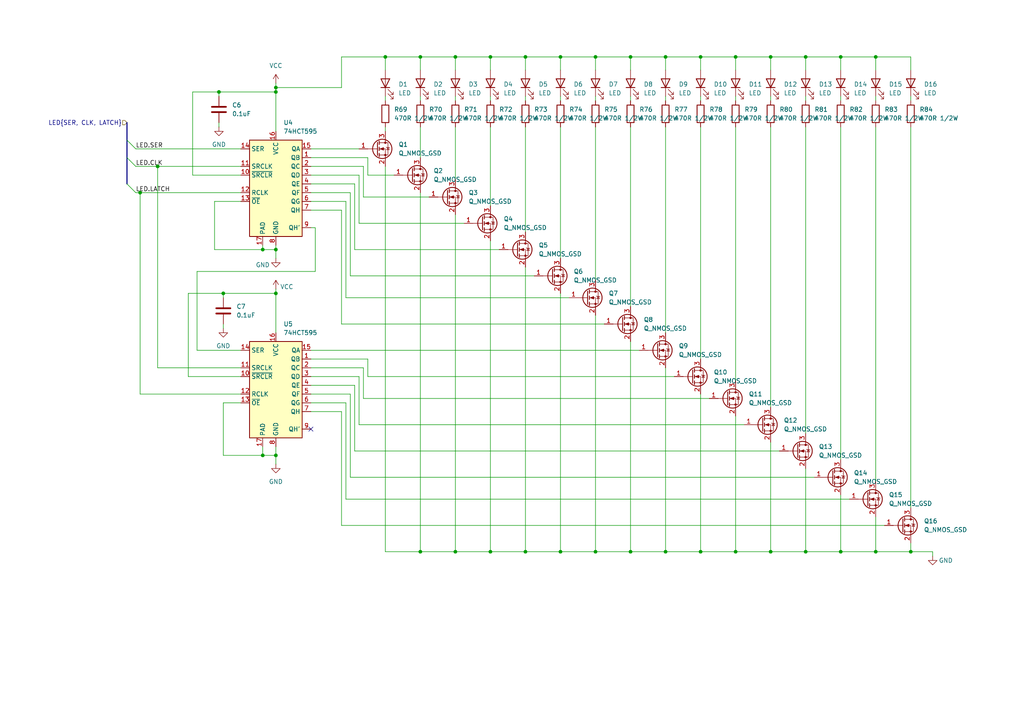
<source format=kicad_sch>
(kicad_sch (version 20231120) (generator "eeschema") (generator_version "8.0")
  (paper "A4")
  (lib_symbols
    (symbol "74HCT595_1"
      (property "Reference" "U4" (at 2.1941 17.78 0))
      (property "Value" "74HCT595" (at 2.1941 15.24 0))
      (symbol "74HCT595_1_1_0"
        (pin tri_state line (at 10.16 7.62 180) (length 2.54) (name "QB") (number "1"))
        (pin input line (at -10.16 2.54 0) (length 2.54) (name "~{SRCLR}") (number "10"))
        (pin input line (at -10.16 5.08 0) (length 2.54) (name "SRCLK") (number "11"))
        (pin input line (at -10.16 -2.54 0) (length 2.54) (name "RCLK") (number "12"))
        (pin input line (at -10.16 -5.08 0) (length 2.54) (name "~{OE}") (number "13"))
        (pin input line (at -10.16 10.16 0) (length 2.54) (name "SER") (number "14"))
        (pin tri_state line (at 10.16 10.16 180) (length 2.54) (name "QA") (number "15"))
        (pin power_in line (at 0 15.24 270) (length 2.54) (name "VCC") (number "16"))
        (pin power_in line (at -3.81 -17.78 90) (length 2.54) (name "PAD") (number "17"))
        (pin tri_state line (at 10.16 5.08 180) (length 2.54) (name "QC") (number "2"))
        (pin tri_state line (at 10.16 2.54 180) (length 2.54) (name "QD") (number "3"))
        (pin tri_state line (at 10.16 0 180) (length 2.54) (name "QE") (number "4"))
        (pin tri_state line (at 10.16 -2.54 180) (length 2.54) (name "QF") (number "5"))
        (pin tri_state line (at 10.16 -5.08 180) (length 2.54) (name "QG") (number "6"))
        (pin tri_state line (at 10.16 -7.62 180) (length 2.54) (name "QH") (number "7"))
        (pin power_in line (at 0 -17.78 90) (length 2.54) (name "GND") (number "8"))
        (pin output line (at 10.16 -12.7 180) (length 2.54) (name "QH'") (number "9"))
      )
      (symbol "74HCT595_1_1_1"
        (rectangle (start -7.62 12.7) (end 7.62 -15.24) (stroke (width 0.254)) (fill (type background)))
      )
    )
    (symbol "74xx:74HCT595"
      (property "Reference" "U5" (at 2.1941 17.78 0))
      (property "Value" "74HCT595" (at 2.1941 15.24 0))
      (symbol "74HCT595_1_0"
        (pin tri_state line (at 10.16 7.62 180) (length 2.54) (name "QB") (number "1"))
        (pin input line (at -10.16 2.54 0) (length 2.54) (name "~{SRCLR}") (number "10"))
        (pin input line (at -10.16 5.08 0) (length 2.54) (name "SRCLK") (number "11"))
        (pin input line (at -10.16 -2.54 0) (length 2.54) (name "RCLK") (number "12"))
        (pin input line (at -10.16 -5.08 0) (length 2.54) (name "~{OE}") (number "13"))
        (pin input line (at -10.16 10.16 0) (length 2.54) (name "SER") (number "14"))
        (pin tri_state line (at 10.16 10.16 180) (length 2.54) (name "QA") (number "15"))
        (pin power_in line (at 0 15.24 270) (length 2.54) (name "VCC") (number "16"))
        (pin power_in line (at -3.81 -17.78 90) (length 2.54) (name "PAD") (number "17"))
        (pin tri_state line (at 10.16 5.08 180) (length 2.54) (name "QC") (number "2"))
        (pin tri_state line (at 10.16 2.54 180) (length 2.54) (name "QD") (number "3"))
        (pin tri_state line (at 10.16 0 180) (length 2.54) (name "QE") (number "4"))
        (pin tri_state line (at 10.16 -2.54 180) (length 2.54) (name "QF") (number "5"))
        (pin tri_state line (at 10.16 -5.08 180) (length 2.54) (name "QG") (number "6"))
        (pin tri_state line (at 10.16 -7.62 180) (length 2.54) (name "QH") (number "7"))
        (pin power_in line (at 0 -17.78 90) (length 2.54) (name "GND") (number "8"))
        (pin output line (at 10.16 -12.7 180) (length 2.54) (name "QH'") (number "9"))
      )
      (symbol "74HCT595_1_1"
        (rectangle (start -7.62 12.7) (end 7.62 -15.24) (stroke (width 0.254)) (fill (type background)))
      )
    )
    (symbol "Device:C" (pin_numbers hide) (pin_names (offset 0.254))
      (property "Reference" "C" (at 0.635 2.54 0))
      (property "Value" "C" (at 0.635 -2.54 0))
      (symbol "C_0_1"
        (polyline (pts (xy -2.032 -0.762) (xy 2.032 -0.762)) (stroke (width 0.508)))
        (polyline (pts (xy -2.032 0.762) (xy 2.032 0.762)) (stroke (width 0.508)))
      )
      (symbol "C_1_1"
        (pin passive line (at 0 3.81 270) (length 2.794) (name "~") (number "1"))
        (pin passive line (at 0 -3.81 90) (length 2.794) (name "~") (number "2"))
      )
    )
    (symbol "Device:LED" (pin_numbers hide) (pin_names (offset 1.016) hide)
      (property "Reference" "D" (at 0 2.54 0))
      (property "Value" "LED" (at 0 -2.54 0))
      (symbol "LED_0_1"
        (polyline (pts (xy -1.27 -1.27) (xy -1.27 1.27)) (stroke (width 0.254)))
        (polyline (pts (xy -1.27 0) (xy 1.27 0)))
        (polyline (pts (xy 1.27 -1.27) (xy 1.27 1.27) (xy -1.27 0) (xy 1.27 -1.27)) (stroke (width 0.254)))
        (polyline (pts (xy -3.048 -0.762) (xy -4.572 -2.286) (xy -3.81 -2.286) (xy -4.572 -2.286) (xy -4.572 -1.524)))
        (polyline (pts (xy -1.778 -0.762) (xy -3.302 -2.286) (xy -2.54 -2.286) (xy -3.302 -2.286) (xy -3.302 -1.524)))
      )
      (symbol "LED_1_1"
        (pin passive line (at -3.81 0 0) (length 2.54) (name "K") (number "1"))
        (pin passive line (at 3.81 0 180) (length 2.54) (name "A") (number "2"))
      )
    )
    (symbol "Device:Q_NMOS_GSD" (pin_names (offset 0) hide)
      (property "Reference" "Q" (at 5.08 1.27 0))
      (property "Value" "Q_NMOS_GSD" (at 5.08 -1.27 0))
      (symbol "Q_NMOS_GSD_0_1"
        (polyline (pts (xy 0.254 0) (xy -2.54 0)))
        (polyline (pts (xy 0.254 1.905) (xy 0.254 -1.905)) (stroke (width 0.254)))
        (polyline (pts (xy 0.762 -1.27) (xy 0.762 -2.286)) (stroke (width 0.254)))
        (polyline (pts (xy 0.762 0.508) (xy 0.762 -0.508)) (stroke (width 0.254)))
        (polyline (pts (xy 0.762 2.286) (xy 0.762 1.27)) (stroke (width 0.254)))
        (polyline (pts (xy 2.54 2.54) (xy 2.54 1.778)))
        (polyline (pts (xy 2.54 -2.54) (xy 2.54 0) (xy 0.762 0)))
        (polyline (pts (xy 0.762 -1.778) (xy 3.302 -1.778) (xy 3.302 1.778) (xy 0.762 1.778)))
        (polyline (pts (xy 1.016 0) (xy 2.032 0.381) (xy 2.032 -0.381) (xy 1.016 0)) (fill (type outline)))
        (polyline (pts (xy 2.794 0.508) (xy 2.921 0.381) (xy 3.683 0.381) (xy 3.81 0.254)))
        (polyline (pts (xy 3.302 0.381) (xy 2.921 -0.254) (xy 3.683 -0.254) (xy 3.302 0.381)))
        (circle (center 1.651 0) (radius 2.794) (stroke (width 0.254)))
        (circle (center 2.54 -1.778) (radius 0.254) (fill (type outline)))
        (circle (center 2.54 1.778) (radius 0.254) (fill (type outline)))
      )
      (symbol "Q_NMOS_GSD_1_1"
        (pin input line (at -5.08 0 0) (length 2.54) (name "G") (number "1"))
        (pin passive line (at 2.54 -5.08 90) (length 2.54) (name "S") (number "2"))
        (pin passive line (at 2.54 5.08 270) (length 2.54) (name "D") (number "3"))
      )
    )
    (symbol "Device:R" (pin_numbers hide) (pin_names (offset 0))
      (property "Reference" "R" (at 2.032 0 90))
      (property "Value" "R" (at 0 0 90))
      (symbol "R_0_1"
        (rectangle (start -1.016 -2.54) (end 1.016 2.54) (stroke (width 0.254)))
      )
      (symbol "R_1_1"
        (pin passive line (at 0 3.81 270) (length 1.27) (name "~") (number "1"))
        (pin passive line (at 0 -3.81 90) (length 1.27) (name "~") (number "2"))
      )
    )
    (symbol "power:GND" (power) (pin_numbers hide) (pin_names (offset 0) hide)
      (property "Value" "GND" (at 0 -3.81 0))
      (symbol "GND_0_1"
        (polyline (pts (xy 0 0) (xy 0 -1.27) (xy 1.27 -1.27) (xy 0 -2.54) (xy -1.27 -1.27) (xy 0 -1.27)))
      )
      (symbol "GND_1_1"
        (pin power_in line (at 0 0 270) (length 0) (name "~") (number "1"))
      )
    )
    (symbol "power:VCC" (power) (pin_numbers hide) (pin_names (offset 0) hide)
      (property "Value" "VCC" (at 0 3.556 0))
      (symbol "VCC_0_1"
        (polyline (pts (xy -0.762 1.27) (xy 0 2.54)))
        (polyline (pts (xy 0 0) (xy 0 2.54)))
        (polyline (pts (xy 0 2.54) (xy 0.762 1.27)))
      )
      (symbol "VCC_1_1"
        (pin power_in line (at 0 0 90) (length 0) (name "~") (number "1"))
      )
    )
  )
  (junction (at 121.92 160.02))
  (junction (at 223.52 16.51))
  (junction (at 203.2 16.51))
  (junction (at 76.2 72.39))
  (junction (at 152.4 16.51))
  (junction (at 162.56 160.02))
  (junction (at 254 160.02))
  (junction (at 193.04 160.02))
  (junction (at 64.77 85.09))
  (junction (at 213.36 160.02))
  (junction (at 172.72 160.02))
  (junction (at 80.01 85.09))
  (junction (at 76.2 132.08))
  (junction (at 243.84 16.51))
  (junction (at 233.68 16.51))
  (junction (at 63.5 26.67))
  (junction (at 45.72 48.26))
  (junction (at 40.64 55.88))
  (junction (at 80.01 25.4))
  (junction (at 80.01 72.39))
  (junction (at 213.36 16.51))
  (junction (at 172.72 16.51))
  (junction (at 223.52 160.02))
  (junction (at 132.08 160.02))
  (junction (at 203.2 160.02))
  (junction (at 80.01 132.08))
  (junction (at 193.04 16.51))
  (junction (at 80.01 26.67))
  (junction (at 132.08 16.51))
  (junction (at 243.84 160.02))
  (junction (at 233.68 160.02))
  (junction (at 254 16.51))
  (junction (at 121.92 16.51))
  (junction (at 264.16 160.02))
  (junction (at 162.56 16.51))
  (junction (at 142.24 160.02))
  (junction (at 142.24 16.51))
  (junction (at 152.4 160.02))
  (junction (at 111.76 16.51))
  (junction (at 182.88 16.51))
  (junction (at 182.88 160.02))
  (no_connect (at 90.17 124.46))
  (bus_entry (at 36.83 53.34) (size 2.54 2.54))
  (bus_entry (at 36.83 40.64) (size 2.54 2.54))
  (bus_entry (at 36.83 45.72) (size 2.54 2.54))
  (wire (pts (xy 132.08 16.51) (xy 142.24 16.51)))
  (wire (pts (xy 104.14 64.77) (xy 134.62 64.77)))
  (wire (pts (xy 121.92 27.94) (xy 121.92 29.21)))
  (wire (pts (xy 152.4 160.02) (xy 162.56 160.02)))
  (wire (pts (xy 69.85 50.8) (xy 55.88 50.8)))
  (wire (pts (xy 90.17 60.96) (xy 99.06 60.96)))
  (wire (pts (xy 193.04 160.02) (xy 203.2 160.02)))
  (wire (pts (xy 104.14 50.8) (xy 104.14 64.77)))
  (wire (pts (xy 193.04 16.51) (xy 203.2 16.51)))
  (wire (pts (xy 106.68 109.22) (xy 195.58 109.22)))
  (wire (pts (xy 104.14 123.19) (xy 215.9 123.19)))
  (wire (pts (xy 91.44 66.04) (xy 91.44 78.74)))
  (wire (pts (xy 111.76 36.83) (xy 111.76 38.1)))
  (wire (pts (xy 223.52 160.02) (xy 233.68 160.02)))
  (wire (pts (xy 152.4 16.51) (xy 162.56 16.51)))
  (wire (pts (xy 90.17 45.72) (xy 106.68 45.72)))
  (wire (pts (xy 102.87 72.39) (xy 144.78 72.39)))
  (wire (pts (xy 213.36 36.83) (xy 213.36 110.49)))
  (wire (pts (xy 102.87 130.81) (xy 226.06 130.81)))
  (wire (pts (xy 102.87 111.76) (xy 102.87 130.81)))
  (wire (pts (xy 45.72 48.26) (xy 45.72 106.68)))
  (wire (pts (xy 182.88 36.83) (xy 182.88 88.9)))
  (wire (pts (xy 213.36 120.65) (xy 213.36 160.02)))
  (wire (pts (xy 104.14 109.22) (xy 104.14 123.19)))
  (wire (pts (xy 264.16 157.48) (xy 264.16 160.02)))
  (wire (pts (xy 69.85 58.42) (xy 62.23 58.42)))
  (wire (pts (xy 40.64 55.88) (xy 69.85 55.88)))
  (wire (pts (xy 172.72 16.51) (xy 182.88 16.51)))
  (wire (pts (xy 40.64 114.3) (xy 40.64 55.88)))
  (wire (pts (xy 213.36 16.51) (xy 213.36 20.32)))
  (wire (pts (xy 54.61 85.09) (xy 64.77 85.09)))
  (wire (pts (xy 162.56 16.51) (xy 162.56 20.32)))
  (wire (pts (xy 63.5 26.67) (xy 63.5 27.94)))
  (wire (pts (xy 182.88 16.51) (xy 182.88 20.32)))
  (wire (pts (xy 132.08 36.83) (xy 132.08 52.07)))
  (wire (pts (xy 172.72 27.94) (xy 172.72 29.21)))
  (wire (pts (xy 80.01 25.4) (xy 99.06 25.4)))
  (wire (pts (xy 213.36 27.94) (xy 213.36 29.21)))
  (wire (pts (xy 132.08 160.02) (xy 142.24 160.02)))
  (wire (pts (xy 142.24 160.02) (xy 152.4 160.02)))
  (wire (pts (xy 39.37 43.18) (xy 69.85 43.18)))
  (wire (pts (xy 111.76 16.51) (xy 121.92 16.51)))
  (wire (pts (xy 90.17 109.22) (xy 104.14 109.22)))
  (wire (pts (xy 264.16 160.02) (xy 270.51 160.02)))
  (wire (pts (xy 233.68 16.51) (xy 243.84 16.51)))
  (wire (pts (xy 64.77 93.98) (xy 64.77 95.25)))
  (wire (pts (xy 90.17 48.26) (xy 105.41 48.26)))
  (wire (pts (xy 233.68 160.02) (xy 243.84 160.02)))
  (wire (pts (xy 90.17 50.8) (xy 104.14 50.8)))
  (wire (pts (xy 264.16 16.51) (xy 264.16 20.32)))
  (wire (pts (xy 111.76 160.02) (xy 111.76 48.26)))
  (wire (pts (xy 182.88 27.94) (xy 182.88 29.21)))
  (wire (pts (xy 233.68 16.51) (xy 233.68 20.32)))
  (wire (pts (xy 152.4 27.94) (xy 152.4 29.21)))
  (wire (pts (xy 142.24 36.83) (xy 142.24 59.69)))
  (wire (pts (xy 162.56 16.51) (xy 172.72 16.51)))
  (wire (pts (xy 101.6 80.01) (xy 154.94 80.01)))
  (wire (pts (xy 101.6 55.88) (xy 101.6 80.01)))
  (wire (pts (xy 100.33 116.84) (xy 100.33 144.78)))
  (bus (pts (xy 36.83 35.56) (xy 36.83 40.64)))
  (wire (pts (xy 90.17 104.14) (xy 106.68 104.14)))
  (wire (pts (xy 193.04 27.94) (xy 193.04 29.21)))
  (wire (pts (xy 106.68 50.8) (xy 114.3 50.8)))
  (wire (pts (xy 172.72 91.44) (xy 172.72 160.02)))
  (wire (pts (xy 64.77 116.84) (xy 64.77 132.08)))
  (wire (pts (xy 64.77 85.09) (xy 80.01 85.09)))
  (wire (pts (xy 223.52 27.94) (xy 223.52 29.21)))
  (wire (pts (xy 121.92 160.02) (xy 132.08 160.02)))
  (wire (pts (xy 76.2 132.08) (xy 80.01 132.08)))
  (wire (pts (xy 101.6 114.3) (xy 101.6 138.43)))
  (wire (pts (xy 243.84 16.51) (xy 254 16.51)))
  (wire (pts (xy 100.33 144.78) (xy 246.38 144.78)))
  (wire (pts (xy 132.08 27.94) (xy 132.08 29.21)))
  (wire (pts (xy 142.24 16.51) (xy 142.24 20.32)))
  (wire (pts (xy 99.06 152.4) (xy 256.54 152.4)))
  (wire (pts (xy 152.4 77.47) (xy 152.4 160.02)))
  (wire (pts (xy 243.84 36.83) (xy 243.84 133.35)))
  (wire (pts (xy 91.44 78.74) (xy 57.15 78.74)))
  (wire (pts (xy 90.17 66.04) (xy 91.44 66.04)))
  (wire (pts (xy 100.33 58.42) (xy 100.33 86.36)))
  (wire (pts (xy 57.15 101.6) (xy 69.85 101.6)))
  (wire (pts (xy 69.85 109.22) (xy 54.61 109.22)))
  (wire (pts (xy 62.23 72.39) (xy 76.2 72.39)))
  (wire (pts (xy 90.17 111.76) (xy 102.87 111.76)))
  (wire (pts (xy 55.88 26.67) (xy 63.5 26.67)))
  (wire (pts (xy 80.01 26.67) (xy 63.5 26.67)))
  (wire (pts (xy 69.85 114.3) (xy 40.64 114.3)))
  (wire (pts (xy 233.68 27.94) (xy 233.68 29.21)))
  (wire (pts (xy 223.52 16.51) (xy 223.52 20.32)))
  (wire (pts (xy 223.52 128.27) (xy 223.52 160.02)))
  (wire (pts (xy 100.33 86.36) (xy 165.1 86.36)))
  (wire (pts (xy 80.01 83.82) (xy 80.01 85.09)))
  (wire (pts (xy 105.41 115.57) (xy 205.74 115.57)))
  (wire (pts (xy 254 16.51) (xy 254 20.32)))
  (wire (pts (xy 80.01 71.12) (xy 80.01 72.39)))
  (wire (pts (xy 193.04 16.51) (xy 193.04 20.32)))
  (wire (pts (xy 111.76 160.02) (xy 121.92 160.02)))
  (wire (pts (xy 39.37 55.88) (xy 40.64 55.88)))
  (wire (pts (xy 193.04 36.83) (xy 193.04 96.52)))
  (wire (pts (xy 69.85 116.84) (xy 64.77 116.84)))
  (wire (pts (xy 45.72 106.68) (xy 69.85 106.68)))
  (wire (pts (xy 57.15 78.74) (xy 57.15 101.6)))
  (wire (pts (xy 90.17 114.3) (xy 101.6 114.3)))
  (bus (pts (xy 36.83 45.72) (xy 36.83 53.34)))
  (wire (pts (xy 76.2 72.39) (xy 80.01 72.39)))
  (wire (pts (xy 90.17 55.88) (xy 101.6 55.88)))
  (bus (pts (xy 36.83 40.64) (xy 36.83 45.72)))
  (wire (pts (xy 213.36 16.51) (xy 223.52 16.51)))
  (wire (pts (xy 99.06 60.96) (xy 99.06 93.98)))
  (wire (pts (xy 254 27.94) (xy 254 29.21)))
  (wire (pts (xy 80.01 129.54) (xy 80.01 132.08)))
  (wire (pts (xy 99.06 25.4) (xy 99.06 16.51)))
  (wire (pts (xy 233.68 36.83) (xy 233.68 125.73)))
  (wire (pts (xy 90.17 53.34) (xy 102.87 53.34)))
  (wire (pts (xy 90.17 119.38) (xy 99.06 119.38)))
  (wire (pts (xy 203.2 16.51) (xy 203.2 20.32)))
  (wire (pts (xy 132.08 62.23) (xy 132.08 160.02)))
  (wire (pts (xy 99.06 16.51) (xy 111.76 16.51)))
  (wire (pts (xy 76.2 71.12) (xy 76.2 72.39)))
  (wire (pts (xy 39.37 48.26) (xy 45.72 48.26)))
  (wire (pts (xy 254 16.51) (xy 264.16 16.51)))
  (wire (pts (xy 142.24 27.94) (xy 142.24 29.21)))
  (wire (pts (xy 64.77 132.08) (xy 76.2 132.08)))
  (wire (pts (xy 254 160.02) (xy 264.16 160.02)))
  (wire (pts (xy 203.2 36.83) (xy 203.2 104.14)))
  (wire (pts (xy 62.23 58.42) (xy 62.23 72.39)))
  (wire (pts (xy 106.68 45.72) (xy 106.68 50.8)))
  (wire (pts (xy 203.2 16.51) (xy 213.36 16.51)))
  (wire (pts (xy 105.41 57.15) (xy 124.46 57.15)))
  (wire (pts (xy 270.51 161.29) (xy 270.51 160.02)))
  (wire (pts (xy 223.52 16.51) (xy 233.68 16.51)))
  (wire (pts (xy 172.72 16.51) (xy 172.72 20.32)))
  (wire (pts (xy 193.04 106.68) (xy 193.04 160.02)))
  (wire (pts (xy 99.06 119.38) (xy 99.06 152.4)))
  (wire (pts (xy 264.16 36.83) (xy 264.16 147.32)))
  (wire (pts (xy 162.56 85.09) (xy 162.56 160.02)))
  (wire (pts (xy 233.68 135.89) (xy 233.68 160.02)))
  (wire (pts (xy 203.2 114.3) (xy 203.2 160.02)))
  (wire (pts (xy 152.4 36.83) (xy 152.4 67.31)))
  (wire (pts (xy 254 36.83) (xy 254 139.7)))
  (wire (pts (xy 80.01 26.67) (xy 80.01 38.1)))
  (wire (pts (xy 90.17 106.68) (xy 105.41 106.68)))
  (wire (pts (xy 63.5 35.56) (xy 63.5 36.83)))
  (wire (pts (xy 121.92 55.88) (xy 121.92 160.02)))
  (wire (pts (xy 105.41 106.68) (xy 105.41 115.57)))
  (wire (pts (xy 90.17 43.18) (xy 104.14 43.18)))
  (wire (pts (xy 90.17 58.42) (xy 100.33 58.42)))
  (wire (pts (xy 80.01 24.13) (xy 80.01 25.4)))
  (wire (pts (xy 142.24 69.85) (xy 142.24 160.02)))
  (wire (pts (xy 172.72 36.83) (xy 172.72 81.28)))
  (wire (pts (xy 80.01 132.08) (xy 80.01 134.62)))
  (wire (pts (xy 121.92 16.51) (xy 132.08 16.51)))
  (wire (pts (xy 254 149.86) (xy 254 160.02)))
  (wire (pts (xy 101.6 138.43) (xy 236.22 138.43)))
  (wire (pts (xy 102.87 53.34) (xy 102.87 72.39)))
  (wire (pts (xy 55.88 50.8) (xy 55.88 26.67)))
  (wire (pts (xy 203.2 27.94) (xy 203.2 29.21)))
  (wire (pts (xy 203.2 160.02) (xy 213.36 160.02)))
  (wire (pts (xy 111.76 16.51) (xy 111.76 20.32)))
  (wire (pts (xy 76.2 129.54) (xy 76.2 132.08)))
  (wire (pts (xy 54.61 109.22) (xy 54.61 85.09)))
  (wire (pts (xy 121.92 36.83) (xy 121.92 45.72)))
  (wire (pts (xy 182.88 16.51) (xy 193.04 16.51)))
  (wire (pts (xy 142.24 16.51) (xy 152.4 16.51)))
  (wire (pts (xy 132.08 16.51) (xy 132.08 20.32)))
  (wire (pts (xy 264.16 27.94) (xy 264.16 29.21)))
  (wire (pts (xy 162.56 160.02) (xy 172.72 160.02)))
  (wire (pts (xy 162.56 27.94) (xy 162.56 29.21)))
  (wire (pts (xy 213.36 160.02) (xy 223.52 160.02)))
  (wire (pts (xy 106.68 104.14) (xy 106.68 109.22)))
  (wire (pts (xy 80.01 72.39) (xy 80.01 74.93)))
  (wire (pts (xy 90.17 116.84) (xy 100.33 116.84)))
  (wire (pts (xy 152.4 16.51) (xy 152.4 20.32)))
  (wire (pts (xy 111.76 27.94) (xy 111.76 29.21)))
  (wire (pts (xy 162.56 36.83) (xy 162.56 74.93)))
  (wire (pts (xy 243.84 143.51) (xy 243.84 160.02)))
  (wire (pts (xy 243.84 27.94) (xy 243.84 29.21)))
  (wire (pts (xy 182.88 99.06) (xy 182.88 160.02)))
  (wire (pts (xy 121.92 16.51) (xy 121.92 20.32)))
  (wire (pts (xy 223.52 36.83) (xy 223.52 118.11)))
  (wire (pts (xy 99.06 93.98) (xy 175.26 93.98)))
  (wire (pts (xy 45.72 48.26) (xy 69.85 48.26)))
  (wire (pts (xy 80.01 85.09) (xy 80.01 96.52)))
  (wire (pts (xy 172.72 160.02) (xy 182.88 160.02)))
  (wire (pts (xy 105.41 48.26) (xy 105.41 57.15)))
  (wire (pts (xy 243.84 160.02) (xy 254 160.02)))
  (wire (pts (xy 90.17 101.6) (xy 185.42 101.6)))
  (wire (pts (xy 182.88 160.02) (xy 193.04 160.02)))
  (wire (pts (xy 80.01 25.4) (xy 80.01 26.67)))
  (wire (pts (xy 64.77 85.09) (xy 64.77 86.36)))
  (wire (pts (xy 243.84 16.51) (xy 243.84 20.32)))
  (label "LED.SER" (at 39.37 43.18 0))
  (label "LED.LATCH" (at 39.37 55.88 0))
  (label "LED.CLK" (at 39.37 48.26 0))
  (hierarchical_label "LED{SER, CLK, LATCH}" (shape input) (at 36.83 35.56 180))
  (symbol (lib_id "power:VCC") (at 80.01 83.82 0) (unit 1)
    (property "Reference" "#PWR016" (effects (hide yes)))
    (property "Value" "VCC" (at 83.185 83.185 0))
    (property "Description" "Power symbol creates a global label with name \"VCC\"" (effects (hide yes)))
  )
  (symbol (lib_id "Device:LED") (at 193.04 24.13 90) (unit 1)
    (property "Reference" "D9" (at 196.85 24.4474 90) (effects (justify right)))
    (property "Value" "LED" (at 196.85 26.9874 90) (effects (justify right)))
    (property "Footprint" "LED_SMD:LED_SunLED_XZ_Reverse_Mount" (effects (hide yes)))
    (property "Description" "Light emitting diode" (effects (hide yes)))
  )
  (symbol (lib_id "Device:LED") (at 152.4 24.13 90) (unit 1)
    (property "Reference" "D5" (at 156.21 24.4474 90) (effects (justify right)))
    (property "Value" "LED" (at 156.21 26.9874 90) (effects (justify right)))
    (property "Footprint" "LED_SMD:LED_SunLED_XZ_Reverse_Mount" (effects (hide yes)))
    (property "Description" "Light emitting diode" (effects (hide yes)))
  )
  (symbol (lib_id "Device:Q_NMOS_GSD") (at 160.02 80.01 0) (unit 1)
    (property "Reference" "Q6" (at 166.37 78.7399 0) (effects (justify left)))
    (property "Value" "Q_NMOS_GSD" (at 166.37 81.2799 0) (effects (justify left)))
    (property "Footprint" "Package_TO_SOT_SMD:TSOT-23" (effects (hide yes)))
    (property "Description" "N-MOSFET transistor, gate/source/drain" (effects (hide yes)))
  )
  (symbol (lib_id "Device:R") (at 213.36 33.02 0) (unit 1)
    (property "Reference" "R79" (at 215.9 31.7499 0) (effects (justify left)))
    (property "Value" "470R 1/2W" (at 215.9 34.2899 0) (effects (justify left)))
    (property "Footprint" "Resistor_SMD:R_0603_1608Metric" (effects (hide yes)))
    (property "Description" "Resistor" (effects (hide yes)))
  )
  (symbol (lib_id "Device:LED") (at 264.16 24.13 90) (unit 1)
    (property "Reference" "D16" (at 267.97 24.4474 90) (effects (justify right)))
    (property "Value" "LED" (at 267.97 26.9874 90) (effects (justify right)))
    (property "Footprint" "LED_SMD:LED_SunLED_XZ_Reverse_Mount" (effects (hide yes)))
    (property "Description" "Light emitting diode" (effects (hide yes)))
  )
  (symbol (lib_id "Device:LED") (at 233.68 24.13 90) (unit 1)
    (property "Reference" "D13" (at 237.49 24.4474 90) (effects (justify right)))
    (property "Value" "LED" (at 237.49 26.9874 90) (effects (justify right)))
    (property "Footprint" "LED_SMD:LED_SunLED_XZ_Reverse_Mount" (effects (hide yes)))
    (property "Description" "Light emitting diode" (effects (hide yes)))
  )
  (symbol (lib_id "Device:Q_NMOS_GSD") (at 241.3 138.43 0) (unit 1)
    (property "Reference" "Q14" (at 247.65 137.1599 0) (effects (justify left)))
    (property "Value" "Q_NMOS_GSD" (at 247.65 139.6999 0) (effects (justify left)))
    (property "Footprint" "Package_TO_SOT_SMD:TSOT-23" (effects (hide yes)))
    (property "Description" "N-MOSFET transistor, gate/source/drain" (effects (hide yes)))
  )
  (symbol (lib_id "Device:LED") (at 182.88 24.13 90) (unit 1)
    (property "Reference" "D8" (at 186.69 24.4474 90) (effects (justify right)))
    (property "Value" "LED" (at 186.69 26.9874 90) (effects (justify right)))
    (property "Footprint" "LED_SMD:LED_SunLED_XZ_Reverse_Mount" (effects (hide yes)))
    (property "Description" "Light emitting diode" (effects (hide yes)))
  )
  (symbol (lib_id "Device:R") (at 193.04 33.02 0) (unit 1)
    (property "Reference" "R77" (at 195.58 31.7499 0) (effects (justify left)))
    (property "Value" "470R 1/2W" (at 195.58 34.2899 0) (effects (justify left)))
    (property "Footprint" "Resistor_SMD:R_0603_1608Metric" (effects (hide yes)))
    (property "Description" "Resistor" (effects (hide yes)))
  )
  (symbol (lib_id "Device:R") (at 132.08 33.02 0) (unit 1)
    (property "Reference" "R71" (at 134.62 31.7499 0) (effects (justify left)))
    (property "Value" "470R 1/2W" (at 134.62 34.2899 0) (effects (justify left)))
    (property "Footprint" "Resistor_SMD:R_0603_1608Metric" (effects (hide yes)))
    (property "Description" "Resistor" (effects (hide yes)))
  )
  (symbol (lib_id "Device:Q_NMOS_GSD") (at 109.22 43.18 0) (unit 1)
    (property "Reference" "Q1" (at 115.57 41.9099 0) (effects (justify left)))
    (property "Value" "Q_NMOS_GSD" (at 115.57 44.45 0) (effects (justify left)))
    (property "Footprint" "Package_TO_SOT_SMD:TSOT-23" (effects (hide yes)))
    (property "Description" "N-MOSFET transistor, gate/source/drain" (effects (hide yes)))
  )
  (symbol (lib_id "Device:R") (at 152.4 33.02 0) (unit 1)
    (property "Reference" "R73" (at 154.94 31.7499 0) (effects (justify left)))
    (property "Value" "470R 1/2W" (at 154.94 34.2899 0) (effects (justify left)))
    (property "Footprint" "Resistor_SMD:R_0603_1608Metric" (effects (hide yes)))
    (property "Description" "Resistor" (effects (hide yes)))
  )
  (symbol (lib_id "74xx:74HCT595") (at 80.01 111.76 0) (unit 1)
    (property "Reference" "U5" (at 82.2041 93.98 0) (effects (justify left)))
    (property "Value" "74HCT595" (at 82.2041 96.52 0) (effects (justify left)))
    (property "Footprint" "Package_DFN_QFN:DHVQFN-16-1EP_2.5x3.5mm_P0.5mm_EP1x2mm" (effects (hide yes)))
    (property "Datasheet" "https://assets.nexperia.com/documents/data-sheet/74HC_HCT595.pdf" (effects (hide yes)))
    (property "Description" "8-bit serial in/out Shift Register 3-State Outputs" (effects (hide yes)))
  )
  (symbol (lib_id "Device:R") (at 182.88 33.02 0) (unit 1)
    (property "Reference" "R76" (at 185.42 31.7499 0) (effects (justify left)))
    (property "Value" "470R 1/2W" (at 185.42 34.2899 0) (effects (justify left)))
    (property "Footprint" "Resistor_SMD:R_0603_1608Metric" (effects (hide yes)))
    (property "Description" "Resistor" (effects (hide yes)))
  )
  (symbol (lib_id "Device:Q_NMOS_GSD") (at 210.82 115.57 0) (unit 1)
    (property "Reference" "Q11" (at 217.17 114.2999 0) (effects (justify left)))
    (property "Value" "Q_NMOS_GSD" (at 217.17 116.84 0) (effects (justify left)))
    (property "Footprint" "Package_TO_SOT_SMD:TSOT-23" (effects (hide yes)))
    (property "Description" "N-MOSFET transistor, gate/source/drain" (effects (hide yes)))
  )
  (symbol (lib_id "Device:R") (at 233.68 33.02 0) (unit 1)
    (property "Reference" "R81" (at 236.22 31.7499 0) (effects (justify left)))
    (property "Value" "470R 1/2W" (at 236.22 34.2899 0) (effects (justify left)))
    (property "Footprint" "Resistor_SMD:R_0603_1608Metric" (effects (hide yes)))
    (property "Description" "Resistor" (effects (hide yes)))
  )
  (symbol (lib_id "power:GND") (at 270.51 161.29 0) (unit 1)
    (property "Reference" "#PWR021" (effects (hide yes)))
    (property "Value" "GND" (at 274.32 162.56 0))
    (property "Description" "Power symbol creates a global label with name \"GND\" , ground" (effects (hide yes)))
  )
  (symbol (lib_id "power:GND") (at 63.5 36.83 0) (unit 1)
    (property "Reference" "#PWR017" (effects (hide yes)))
    (property "Value" "GND" (at 63.5 41.91 0))
    (property "Description" "Power symbol creates a global label with name \"GND\" , ground" (effects (hide yes)))
  )
  (symbol (lib_id "power:VCC") (at 80.01 24.13 0) (unit 1)
    (property "Reference" "#PWR015" (effects (hide yes)))
    (property "Value" "VCC" (at 80.01 19.05 0))
    (property "Description" "Power symbol creates a global label with name \"VCC\"" (effects (hide yes)))
  )
  (symbol (lib_id "power:GND") (at 80.01 74.93 0) (unit 1)
    (property "Reference" "#PWR020" (effects (hide yes)))
    (property "Value" "GND" (at 76.2 76.835 0))
    (property "Description" "Power symbol creates a global label with name \"GND\" , ground" (effects (hide yes)))
  )
  (symbol (lib_id "Device:R") (at 264.16 33.02 0) (unit 1)
    (property "Reference" "R84" (at 266.7 31.7499 0) (effects (justify left)))
    (property "Value" "470R 1/2W" (at 266.7 34.2899 0) (effects (justify left)))
    (property "Footprint" "Resistor_SMD:R_0603_1608Metric" (effects (hide yes)))
    (property "Description" "Resistor" (effects (hide yes)))
  )
  (symbol (lib_id "Device:R") (at 254 33.02 0) (unit 1)
    (property "Reference" "R83" (at 256.54 31.7499 0) (effects (justify left)))
    (property "Value" "470R 1/2W" (at 256.54 34.2899 0) (effects (justify left)))
    (property "Footprint" "Resistor_SMD:R_0603_1608Metric" (effects (hide yes)))
    (property "Description" "Resistor" (effects (hide yes)))
  )
  (symbol (lib_id "Device:Q_NMOS_GSD") (at 200.66 109.22 0) (unit 1)
    (property "Reference" "Q10" (at 207.01 107.9499 0) (effects (justify left)))
    (property "Value" "Q_NMOS_GSD" (at 207.01 110.4899 0) (effects (justify left)))
    (property "Footprint" "Package_TO_SOT_SMD:TSOT-23" (effects (hide yes)))
    (property "Description" "N-MOSFET transistor, gate/source/drain" (effects (hide yes)))
  )
  (symbol (lib_id "Device:Q_NMOS_GSD") (at 119.38 50.8 0) (unit 1)
    (property "Reference" "Q2" (at 125.73 49.5299 0) (effects (justify left)))
    (property "Value" "Q_NMOS_GSD" (at 125.73 52.0699 0) (effects (justify left)))
    (property "Footprint" "Package_TO_SOT_SMD:TSOT-23" (effects (hide yes)))
    (property "Description" "N-MOSFET transistor, gate/source/drain" (effects (hide yes)))
  )
  (symbol (lib_id "power:GND") (at 64.77 95.25 0) (unit 1)
    (property "Reference" "#PWR018" (effects (hide yes)))
    (property "Value" "GND" (at 64.77 100.33 0))
    (property "Description" "Power symbol creates a global label with name \"GND\" , ground" (effects (hide yes)))
  )
  (symbol (lib_id "Device:LED") (at 111.76 24.13 90) (unit 1)
    (property "Reference" "D1" (at 115.57 24.4474 90) (effects (justify right)))
    (property "Value" "LED" (at 115.57 26.9874 90) (effects (justify right)))
    (property "Footprint" "LED_SMD:LED_SunLED_XZ_Reverse_Mount" (effects (hide yes)))
    (property "Description" "Light emitting diode" (effects (hide yes)))
  )
  (symbol (lib_id "Device:R") (at 172.72 33.02 0) (unit 1)
    (property "Reference" "R75" (at 175.26 31.7499 0) (effects (justify left)))
    (property "Value" "470R 1/2W" (at 175.26 34.2899 0) (effects (justify left)))
    (property "Footprint" "Resistor_SMD:R_0603_1608Metric" (effects (hide yes)))
    (property "Description" "Resistor" (effects (hide yes)))
  )
  (symbol (lib_id "Device:Q_NMOS_GSD") (at 261.62 152.4 0) (unit 1)
    (property "Reference" "Q16" (at 267.97 151.1299 0) (effects (justify left)))
    (property "Value" "Q_NMOS_GSD" (at 267.97 153.6699 0) (effects (justify left)))
    (property "Footprint" "Package_TO_SOT_SMD:TSOT-23" (effects (hide yes)))
    (property "Description" "N-MOSFET transistor, gate/source/drain" (effects (hide yes)))
  )
  (symbol (lib_id "Device:R") (at 142.24 33.02 0) (unit 1)
    (property "Reference" "R72" (at 144.78 31.7499 0) (effects (justify left)))
    (property "Value" "470R 1/2W" (at 144.78 34.2899 0) (effects (justify left)))
    (property "Footprint" "Resistor_SMD:R_0603_1608Metric" (effects (hide yes)))
    (property "Description" "Resistor" (effects (hide yes)))
  )
  (symbol (lib_name "74HCT595_1") (lib_id "74xx:74HCT595") (at 80.01 53.34 0) (unit 1)
    (property "Reference" "U4" (at 82.2041 35.56 0) (effects (justify left)))
    (property "Value" "74HCT595" (at 82.2041 38.1 0) (effects (justify left)))
    (property "Footprint" "Package_DFN_QFN:DHVQFN-16-1EP_2.5x3.5mm_P0.5mm_EP1x2mm" (effects (hide yes)))
    (property "Datasheet" "https://assets.nexperia.com/documents/data-sheet/74HC_HCT595.pdf" (effects (hide yes)))
    (property "Description" "8-bit serial in/out Shift Register 3-State Outputs" (effects (hide yes)))
  )
  (symbol (lib_id "Device:Q_NMOS_GSD") (at 220.98 123.19 0) (unit 1)
    (property "Reference" "Q12" (at 227.33 121.9199 0) (effects (justify left)))
    (property "Value" "Q_NMOS_GSD" (at 227.33 124.4599 0) (effects (justify left)))
    (property "Footprint" "Package_TO_SOT_SMD:TSOT-23" (effects (hide yes)))
    (property "Description" "N-MOSFET transistor, gate/source/drain" (effects (hide yes)))
  )
  (symbol (lib_id "power:GND") (at 80.01 134.62 0) (unit 1)
    (property "Reference" "#PWR019" (effects (hide yes)))
    (property "Value" "GND" (at 80.01 139.7 0))
    (property "Description" "Power symbol creates a global label with name \"GND\" , ground" (effects (hide yes)))
  )
  (symbol (lib_id "Device:Q_NMOS_GSD") (at 149.86 72.39 0) (unit 1)
    (property "Reference" "Q5" (at 156.21 71.1199 0) (effects (justify left)))
    (property "Value" "Q_NMOS_GSD" (at 156.21 73.66 0) (effects (justify left)))
    (property "Footprint" "Package_TO_SOT_SMD:TSOT-23" (effects (hide yes)))
    (property "Description" "N-MOSFET transistor, gate/source/drain" (effects (hide yes)))
  )
  (symbol (lib_id "Device:LED") (at 142.24 24.13 90) (unit 1)
    (property "Reference" "D4" (at 146.05 24.4474 90) (effects (justify right)))
    (property "Value" "LED" (at 146.05 26.9874 90) (effects (justify right)))
    (property "Footprint" "LED_SMD:LED_SunLED_XZ_Reverse_Mount" (effects (hide yes)))
    (property "Description" "Light emitting diode" (effects (hide yes)))
  )
  (symbol (lib_id "Device:LED") (at 203.2 24.13 90) (unit 1)
    (property "Reference" "D10" (at 207.01 24.4474 90) (effects (justify right)))
    (property "Value" "LED" (at 207.01 26.9874 90) (effects (justify right)))
    (property "Footprint" "LED_SMD:LED_SunLED_XZ_Reverse_Mount" (effects (hide yes)))
    (property "Description" "Light emitting diode" (effects (hide yes)))
  )
  (symbol (lib_id "Device:LED") (at 162.56 24.13 90) (unit 1)
    (property "Reference" "D6" (at 166.37 24.4474 90) (effects (justify right)))
    (property "Value" "LED" (at 166.37 26.9874 90) (effects (justify right)))
    (property "Footprint" "LED_SMD:LED_SunLED_XZ_Reverse_Mount" (effects (hide yes)))
    (property "Description" "Light emitting diode" (effects (hide yes)))
  )
  (symbol (lib_id "Device:Q_NMOS_GSD") (at 139.7 64.77 0) (unit 1)
    (property "Reference" "Q4" (at 146.05 63.4999 0) (effects (justify left)))
    (property "Value" "Q_NMOS_GSD" (at 146.05 66.0399 0) (effects (justify left)))
    (property "Footprint" "Package_TO_SOT_SMD:TSOT-23" (effects (hide yes)))
    (property "Description" "N-MOSFET transistor, gate/source/drain" (effects (hide yes)))
  )
  (symbol (lib_id "Device:LED") (at 254 24.13 90) (unit 1)
    (property "Reference" "D15" (at 257.81 24.4474 90) (effects (justify right)))
    (property "Value" "LED" (at 257.81 26.9874 90) (effects (justify right)))
    (property "Footprint" "LED_SMD:LED_SunLED_XZ_Reverse_Mount" (effects (hide yes)))
    (property "Description" "Light emitting diode" (effects (hide yes)))
  )
  (symbol (lib_id "Device:LED") (at 243.84 24.13 90) (unit 1)
    (property "Reference" "D14" (at 247.65 24.4474 90) (effects (justify right)))
    (property "Value" "LED" (at 247.65 26.9874 90) (effects (justify right)))
    (property "Footprint" "LED_SMD:LED_SunLED_XZ_Reverse_Mount" (effects (hide yes)))
    (property "Description" "Light emitting diode" (effects (hide yes)))
  )
  (symbol (lib_id "Device:LED") (at 121.92 24.13 90) (unit 1)
    (property "Reference" "D2" (at 125.73 24.4474 90) (effects (justify right)))
    (property "Value" "LED" (at 125.73 26.9874 90) (effects (justify right)))
    (property "Footprint" "LED_SMD:LED_SunLED_XZ_Reverse_Mount" (effects (hide yes)))
    (property "Description" "Light emitting diode" (effects (hide yes)))
  )
  (symbol (lib_id "Device:R") (at 243.84 33.02 0) (unit 1)
    (property "Reference" "R82" (at 246.38 31.7499 0) (effects (justify left)))
    (property "Value" "470R 1/2W" (at 246.38 34.2899 0) (effects (justify left)))
    (property "Footprint" "Resistor_SMD:R_0603_1608Metric" (effects (hide yes)))
    (property "Description" "Resistor" (effects (hide yes)))
  )
  (symbol (lib_id "Device:R") (at 223.52 33.02 0) (unit 1)
    (property "Reference" "R80" (at 226.06 31.7499 0) (effects (justify left)))
    (property "Value" "470R 1/2W" (at 226.06 34.2899 0) (effects (justify left)))
    (property "Footprint" "Resistor_SMD:R_0603_1608Metric" (effects (hide yes)))
    (property "Description" "Resistor" (effects (hide yes)))
  )
  (symbol (lib_id "Device:Q_NMOS_GSD") (at 251.46 144.78 0) (unit 1)
    (property "Reference" "Q15" (at 257.81 143.5099 0) (effects (justify left)))
    (property "Value" "Q_NMOS_GSD" (at 257.81 146.05 0) (effects (justify left)))
    (property "Footprint" "Package_TO_SOT_SMD:TSOT-23" (effects (hide yes)))
    (property "Description" "N-MOSFET transistor, gate/source/drain" (effects (hide yes)))
  )
  (symbol (lib_id "Device:LED") (at 172.72 24.13 90) (unit 1)
    (property "Reference" "D7" (at 176.53 24.4474 90) (effects (justify right)))
    (property "Value" "LED" (at 176.53 26.9874 90) (effects (justify right)))
    (property "Footprint" "LED_SMD:LED_SunLED_XZ_Reverse_Mount" (effects (hide yes)))
    (property "Description" "Light emitting diode" (effects (hide yes)))
  )
  (symbol (lib_id "Device:LED") (at 223.52 24.13 90) (unit 1)
    (property "Reference" "D12" (at 227.33 24.4474 90) (effects (justify right)))
    (property "Value" "LED" (at 227.33 26.9874 90) (effects (justify right)))
    (property "Footprint" "LED_SMD:LED_SunLED_XZ_Reverse_Mount" (effects (hide yes)))
    (property "Description" "Light emitting diode" (effects (hide yes)))
  )
  (symbol (lib_id "Device:R") (at 162.56 33.02 0) (unit 1)
    (property "Reference" "R74" (at 165.1 31.7499 0) (effects (justify left)))
    (property "Value" "470R 1/2W" (at 165.1 34.2899 0) (effects (justify left)))
    (property "Footprint" "Resistor_SMD:R_0603_1608Metric" (effects (hide yes)))
    (property "Description" "Resistor" (effects (hide yes)))
  )
  (symbol (lib_id "Device:C") (at 64.77 90.17 0) (unit 1)
    (property "Reference" "C7" (at 68.58 88.8999 0) (effects (justify left)))
    (property "Value" "0.1uF" (at 68.58 91.4399 0) (effects (justify left)))
    (property "Footprint" "Capacitor_SMD:C_0603_1608Metric" (effects (hide yes)))
    (property "Description" "Unpolarized capacitor" (effects (hide yes)))
  )
  (symbol (lib_id "Device:R") (at 121.92 33.02 0) (unit 1)
    (property "Reference" "R70" (at 124.46 31.7499 0) (effects (justify left)))
    (property "Value" "470R 1/2W" (at 124.46 34.2899 0) (effects (justify left)))
    (property "Footprint" "Resistor_SMD:R_0603_1608Metric" (effects (hide yes)))
    (property "Description" "Resistor" (effects (hide yes)))
  )
  (symbol (lib_id "Device:LED") (at 132.08 24.13 90) (unit 1)
    (property "Reference" "D3" (at 135.89 24.4474 90) (effects (justify right)))
    (property "Value" "LED" (at 135.89 26.9874 90) (effects (justify right)))
    (property "Footprint" "LED_SMD:LED_SunLED_XZ_Reverse_Mount" (effects (hide yes)))
    (property "Description" "Light emitting diode" (effects (hide yes)))
  )
  (symbol (lib_id "Device:R") (at 111.76 33.02 0) (unit 1)
    (property "Reference" "R69" (at 114.3 31.7499 0) (effects (justify left)))
    (property "Value" "470R 1/2W" (at 114.3 34.2899 0) (effects (justify left)))
    (property "Footprint" "Resistor_SMD:R_0603_1608Metric" (effects (hide yes)))
    (property "Description" "Resistor" (effects (hide yes)))
  )
  (symbol (lib_id "Device:Q_NMOS_GSD") (at 231.14 130.81 0) (unit 1)
    (property "Reference" "Q13" (at 237.49 129.5399 0) (effects (justify left)))
    (property "Value" "Q_NMOS_GSD" (at 237.49 132.08 0) (effects (justify left)))
    (property "Footprint" "Package_TO_SOT_SMD:TSOT-23" (effects (hide yes)))
    (property "Description" "N-MOSFET transistor, gate/source/drain" (effects (hide yes)))
  )
  (symbol (lib_id "Device:C") (at 63.5 31.75 0) (unit 1)
    (property "Reference" "C6" (at 67.31 30.4799 0) (effects (justify left)))
    (property "Value" "0.1uF" (at 67.31 33.0199 0) (effects (justify left)))
    (property "Footprint" "Capacitor_SMD:C_0603_1608Metric" (effects (hide yes)))
    (property "Description" "Unpolarized capacitor" (effects (hide yes)))
  )
  (symbol (lib_id "Device:Q_NMOS_GSD") (at 180.34 93.98 0) (unit 1)
    (property "Reference" "Q8" (at 186.69 92.7099 0) (effects (justify left)))
    (property "Value" "Q_NMOS_GSD" (at 186.69 95.2499 0) (effects (justify left)))
    (property "Footprint" "Package_TO_SOT_SMD:TSOT-23" (effects (hide yes)))
    (property "Description" "N-MOSFET transistor, gate/source/drain" (effects (hide yes)))
  )
  (symbol (lib_id "Device:LED") (at 213.36 24.13 90) (unit 1)
    (property "Reference" "D11" (at 217.17 24.4474 90) (effects (justify right)))
    (property "Value" "LED" (at 217.17 26.9874 90) (effects (justify right)))
    (property "Footprint" "LED_SMD:LED_SunLED_XZ_Reverse_Mount" (effects (hide yes)))
    (property "Description" "Light emitting diode" (effects (hide yes)))
  )
  (symbol (lib_id "Device:Q_NMOS_GSD") (at 190.5 101.6 0) (unit 1)
    (property "Reference" "Q9" (at 196.85 100.3299 0) (effects (justify left)))
    (property "Value" "Q_NMOS_GSD" (at 196.85 102.87 0) (effects (justify left)))
    (property "Footprint" "Package_TO_SOT_SMD:TSOT-23" (effects (hide yes)))
    (property "Description" "N-MOSFET transistor, gate/source/drain" (effects (hide yes)))
  )
  (symbol (lib_id "Device:R") (at 203.2 33.02 0) (unit 1)
    (property "Reference" "R78" (at 205.74 31.7499 0) (effects (justify left)))
    (property "Value" "470R 1/2W" (at 205.74 34.2899 0) (effects (justify left)))
    (property "Footprint" "Resistor_SMD:R_0603_1608Metric" (effects (hide yes)))
    (property "Description" "Resistor" (effects (hide yes)))
  )
  (symbol (lib_id "Device:Q_NMOS_GSD") (at 170.18 86.36 0) (unit 1)
    (property "Reference" "Q7" (at 176.53 85.0899 0) (effects (justify left)))
    (property "Value" "Q_NMOS_GSD" (at 176.53 87.63 0) (effects (justify left)))
    (property "Footprint" "Package_TO_SOT_SMD:TSOT-23" (effects (hide yes)))
    (property "Description" "N-MOSFET transistor, gate/source/drain" (effects (hide yes)))
  )
  (symbol (lib_id "Device:Q_NMOS_GSD") (at 129.54 57.15 0) (unit 1)
    (property "Reference" "Q3" (at 135.89 55.8799 0) (effects (justify left)))
    (property "Value" "Q_NMOS_GSD" (at 135.89 58.42 0) (effects (justify left)))
    (property "Footprint" "Package_TO_SOT_SMD:TSOT-23" (effects (hide yes)))
    (property "Description" "N-MOSFET transistor, gate/source/drain" (effects (hide yes)))
  )
)
</source>
